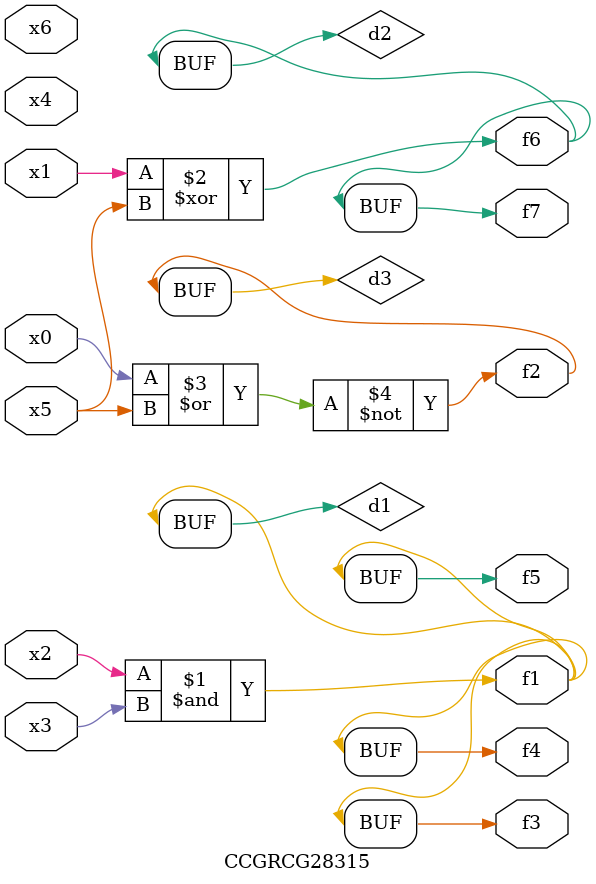
<source format=v>
module CCGRCG28315(
	input x0, x1, x2, x3, x4, x5, x6,
	output f1, f2, f3, f4, f5, f6, f7
);

	wire d1, d2, d3;

	and (d1, x2, x3);
	xor (d2, x1, x5);
	nor (d3, x0, x5);
	assign f1 = d1;
	assign f2 = d3;
	assign f3 = d1;
	assign f4 = d1;
	assign f5 = d1;
	assign f6 = d2;
	assign f7 = d2;
endmodule

</source>
